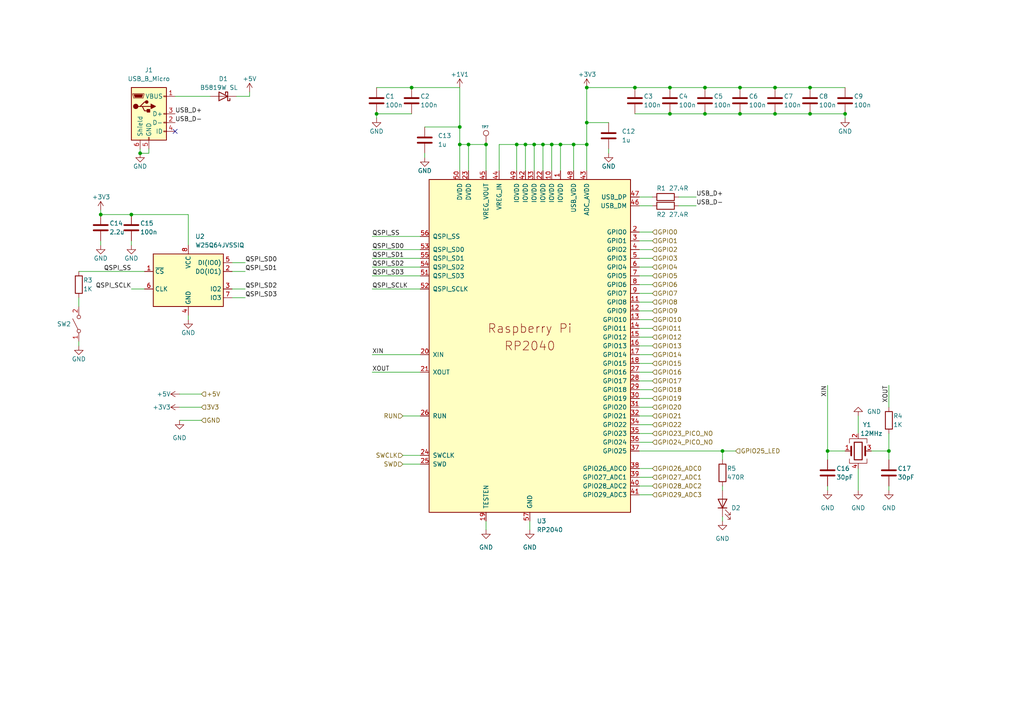
<source format=kicad_sch>
(kicad_sch (version 20211123) (generator eeschema)
  (paper "A4")
  (title_block (date "2022-09-12") (rev "0.2") (comment 1 "Runnan Li"))
  (lib_symbols
    (symbol "Connector:TestPoint" (pin_numbers hide) (pin_names (offset 0.762) hide)
      (property "Reference" "TP" (at 0 6.858 0))
      (property "Value" "TestPoint" (at 0 5.08 0))
      (symbol "TestPoint_0_1"
        (circle (center 0 3.302) (radius 0.762))
      )
      (symbol "TestPoint_1_1"
        (pin passive line (at 0 0 90) (length 2.54) (name "1") (number "1"))
      )
    )
    (symbol "Connector:USB_B_Micro" (pin_names (offset 1.016))
      (property "Reference" "J" (at -5.08 11.43 0))
      (property "Value" "USB_B_Micro" (at -5.08 8.89 0))
      (symbol "USB_B_Micro_0_1"
        (rectangle (start -5.08 -7.62) (end 5.08 7.62) (stroke (width 0.254)) (fill (type background)))
        (circle (center -3.81 2.159) (radius 0.635) (stroke (width 0.254)) (fill (type outline)))
        (circle (center -0.635 3.429) (radius 0.381) (stroke (width 0.254)) (fill (type outline)))
        (rectangle (start -0.127 -7.62) (end 0.127 -6.858))
        (polyline (pts (xy -1.905 2.159) (xy 0.635 2.159)) (stroke (width 0.254)))
        (polyline (pts (xy -3.175 2.159) (xy -2.54 2.159) (xy -1.27 3.429) (xy -0.635 3.429)) (stroke (width 0.254)))
        (polyline (pts (xy -2.54 2.159) (xy -1.905 2.159) (xy -1.27 0.889) (xy 0 0.889)) (stroke (width 0.254)))
        (polyline (pts (xy 0.635 2.794) (xy 0.635 1.524) (xy 1.905 2.159) (xy 0.635 2.794)) (stroke (width 0.254)) (fill (type outline)))
        (polyline (pts (xy -4.318 5.588) (xy -1.778 5.588) (xy -2.032 4.826) (xy -4.064 4.826) (xy -4.318 5.588)) (fill (type outline)))
        (polyline (pts (xy -4.699 5.842) (xy -4.699 5.588) (xy -4.445 4.826) (xy -4.445 4.572) (xy -1.651 4.572) (xy -1.651 4.826) (xy -1.397 5.588) (xy -1.397 5.842) (xy -4.699 5.842)))
        (rectangle (start 0.254 1.27) (end -0.508 0.508) (stroke (width 0.254)) (fill (type outline)))
        (rectangle (start 5.08 -5.207) (end 4.318 -4.953))
        (rectangle (start 5.08 -2.667) (end 4.318 -2.413))
        (rectangle (start 5.08 -0.127) (end 4.318 0.127))
        (rectangle (start 5.08 4.953) (end 4.318 5.207))
      )
      (symbol "USB_B_Micro_1_1"
        (pin power_out line (at 7.62 5.08 180) (length 2.54) (name "VBUS") (number "1"))
        (pin bidirectional line (at 7.62 -2.54 180) (length 2.54) (name "D-") (number "2"))
        (pin bidirectional line (at 7.62 0 180) (length 2.54) (name "D+") (number "3"))
        (pin passive line (at 7.62 -5.08 180) (length 2.54) (name "ID") (number "4"))
        (pin power_out line (at 0 -10.16 90) (length 2.54) (name "GND") (number "5"))
        (pin passive line (at -2.54 -10.16 90) (length 2.54) (name "Shield") (number "6"))
      )
    )
    (symbol "Device:C" (pin_numbers hide) (pin_names (offset 0.254))
      (property "Reference" "C" (at 0.635 2.54 0))
      (property "Value" "C" (at 0.635 -2.54 0))
      (symbol "C_0_1"
        (polyline (pts (xy -2.032 -0.762) (xy 2.032 -0.762)) (stroke (width 0.508)))
        (polyline (pts (xy -2.032 0.762) (xy 2.032 0.762)) (stroke (width 0.508)))
      )
      (symbol "C_1_1"
        (pin passive line (at 0 3.81 270) (length 2.794) (name "~") (number "1"))
        (pin passive line (at 0 -3.81 90) (length 2.794) (name "~") (number "2"))
      )
    )
    (symbol "Device:Crystal_GND24" (pin_names (offset 1.016) hide)
      (property "Reference" "Y" (at 3.175 5.08 0))
      (property "Value" "Crystal_GND24" (at 3.175 3.175 0))
      (symbol "Crystal_GND24_0_1"
        (rectangle (start -1.143 2.54) (end 1.143 -2.54) (stroke (width 0.3048)))
        (polyline (pts (xy -2.54 0) (xy -2.032 0)))
        (polyline (pts (xy -2.032 -1.27) (xy -2.032 1.27)) (stroke (width 0.508)))
        (polyline (pts (xy 0 -3.81) (xy 0 -3.556)))
        (polyline (pts (xy 0 3.556) (xy 0 3.81)))
        (polyline (pts (xy 2.032 -1.27) (xy 2.032 1.27)) (stroke (width 0.508)))
        (polyline (pts (xy 2.032 0) (xy 2.54 0)))
        (polyline (pts (xy -2.54 -2.286) (xy -2.54 -3.556) (xy 2.54 -3.556) (xy 2.54 -2.286)))
        (polyline (pts (xy -2.54 2.286) (xy -2.54 3.556) (xy 2.54 3.556) (xy 2.54 2.286)))
      )
      (symbol "Crystal_GND24_1_1"
        (pin passive line (at -3.81 0 0) (length 1.27) (name "1") (number "1"))
        (pin passive line (at 0 5.08 270) (length 1.27) (name "2") (number "2"))
        (pin passive line (at 3.81 0 180) (length 1.27) (name "3") (number "3"))
        (pin passive line (at 0 -5.08 90) (length 1.27) (name "4") (number "4"))
      )
    )
    (symbol "Device:LED" (pin_numbers hide) (pin_names (offset 1.016) hide)
      (property "Reference" "D" (at 0 2.54 0))
      (property "Value" "LED" (at 0 -2.54 0))
      (symbol "LED_0_1"
        (polyline (pts (xy -1.27 -1.27) (xy -1.27 1.27)) (stroke (width 0.254)))
        (polyline (pts (xy -1.27 0) (xy 1.27 0)))
        (polyline (pts (xy 1.27 -1.27) (xy 1.27 1.27) (xy -1.27 0) (xy 1.27 -1.27)) (stroke (width 0.254)))
        (polyline (pts (xy -3.048 -0.762) (xy -4.572 -2.286) (xy -3.81 -2.286) (xy -4.572 -2.286) (xy -4.572 -1.524)))
        (polyline (pts (xy -1.778 -0.762) (xy -3.302 -2.286) (xy -2.54 -2.286) (xy -3.302 -2.286) (xy -3.302 -1.524)))
      )
      (symbol "LED_1_1"
        (pin passive line (at -3.81 0 0) (length 2.54) (name "K") (number "1"))
        (pin passive line (at 3.81 0 180) (length 2.54) (name "A") (number "2"))
      )
    )
    (symbol "Device:R" (pin_numbers hide) (pin_names (offset 0))
      (property "Reference" "R" (at 2.032 0 90))
      (property "Value" "R" (at 0 0 90))
      (symbol "R_0_1"
        (rectangle (start -1.016 -2.54) (end 1.016 2.54) (stroke (width 0.254)))
      )
      (symbol "R_1_1"
        (pin passive line (at 0 3.81 270) (length 1.27) (name "~") (number "1"))
        (pin passive line (at 0 -3.81 90) (length 1.27) (name "~") (number "2"))
      )
    )
    (symbol "Diode:BAT48ZFILM" (pin_numbers hide) (pin_names (offset 1.016) hide)
      (property "Reference" "D" (at 0 2.54 0))
      (property "Value" "BAT48ZFILM" (at 0 -2.54 0))
      (symbol "BAT48ZFILM_0_1"
        (polyline (pts (xy 1.27 0) (xy -1.27 0)))
        (polyline (pts (xy 1.27 1.27) (xy 1.27 -1.27) (xy -1.27 0) (xy 1.27 1.27)) (stroke (width 0.254)))
        (polyline (pts (xy -1.905 0.635) (xy -1.905 1.27) (xy -1.27 1.27) (xy -1.27 -1.27) (xy -0.635 -1.27) (xy -0.635 -0.635)) (stroke (width 0.254)))
      )
      (symbol "BAT48ZFILM_1_1"
        (pin passive line (at -3.81 0 0) (length 2.54) (name "K") (number "1"))
        (pin passive line (at 3.81 0 180) (length 2.54) (name "A") (number "2"))
      )
    )
    (symbol "Memory_Flash:W25Q32JVSS"
      (property "Reference" "U" (at -8.89 8.89 0))
      (property "Value" "W25Q32JVSS" (at 7.62 8.89 0))
      (symbol "W25Q32JVSS_0_1"
        (rectangle (start -10.16 7.62) (end 10.16 -7.62) (stroke (width 0.254)) (fill (type background)))
      )
      (symbol "W25Q32JVSS_1_1"
        (pin input line (at -12.7 2.54 0) (length 2.54) (name "~{CS}") (number "1"))
        (pin bidirectional line (at 12.7 2.54 180) (length 2.54) (name "DO(IO1)") (number "2"))
        (pin bidirectional line (at 12.7 -2.54 180) (length 2.54) (name "IO2") (number "3"))
        (pin power_in line (at 0 -10.16 90) (length 2.54) (name "GND") (number "4"))
        (pin bidirectional line (at 12.7 5.08 180) (length 2.54) (name "DI(IO0)") (number "5"))
        (pin input line (at -12.7 -2.54 0) (length 2.54) (name "CLK") (number "6"))
        (pin bidirectional line (at 12.7 -5.08 180) (length 2.54) (name "IO3") (number "7"))
        (pin power_in line (at 0 10.16 270) (length 2.54) (name "VCC") (number "8"))
      )
    )
    (symbol "Switch:SW_SPST" (pin_names (offset 0) hide)
      (property "Reference" "SW" (at 0 3.175 0))
      (property "Value" "SW_SPST" (at 0 -2.54 0))
      (symbol "SW_SPST_0_0"
        (circle (center -2.032 0) (radius 0.508))
        (polyline (pts (xy -1.524 0.254) (xy 1.524 1.778)))
        (circle (center 2.032 0) (radius 0.508))
      )
      (symbol "SW_SPST_1_1"
        (pin passive line (at -5.08 0 0) (length 2.54) (name "A") (number "1"))
        (pin passive line (at 5.08 0 180) (length 2.54) (name "B") (number "2"))
      )
    )
    (symbol "power:+1V1" (power) (pin_names (offset 0))
      (property "Value" "+1V1" (at 0 3.556 0))
      (symbol "+1V1_0_1"
        (polyline (pts (xy -0.762 1.27) (xy 0 2.54)))
        (polyline (pts (xy 0 0) (xy 0 2.54)))
        (polyline (pts (xy 0 2.54) (xy 0.762 1.27)))
      )
      (symbol "+1V1_1_1"
        (pin power_in line (at 0 0 90) (length 0) hide (name "+1V1") (number "1"))
      )
    )
    (symbol "power:+3V3" (power) (pin_names (offset 0))
      (property "Value" "+3V3" (at 0 3.556 0))
      (symbol "+3V3_0_1"
        (polyline (pts (xy -0.762 1.27) (xy 0 2.54)))
        (polyline (pts (xy 0 0) (xy 0 2.54)))
        (polyline (pts (xy 0 2.54) (xy 0.762 1.27)))
      )
      (symbol "+3V3_1_1"
        (pin power_in line (at 0 0 90) (length 0) hide (name "+3V3") (number "1"))
      )
    )
    (symbol "power:+5V" (power) (pin_names (offset 0))
      (property "Value" "+5V" (at 0 3.556 0))
      (symbol "+5V_0_1"
        (polyline (pts (xy -0.762 1.27) (xy 0 2.54)))
        (polyline (pts (xy 0 0) (xy 0 2.54)))
        (polyline (pts (xy 0 2.54) (xy 0.762 1.27)))
      )
      (symbol "+5V_1_1"
        (pin power_in line (at 0 0 90) (length 0) hide (name "+5V") (number "1"))
      )
    )
    (symbol "power:GND" (power) (pin_names (offset 0))
      (property "Value" "GND" (at 0 -3.81 0))
      (symbol "GND_0_1"
        (polyline (pts (xy 0 0) (xy 0 -1.27) (xy 1.27 -1.27) (xy 0 -2.54) (xy -1.27 -1.27) (xy 0 -1.27)))
      )
      (symbol "GND_1_1"
        (pin power_in line (at 0 0 270) (length 0) hide (name "GND") (number "1"))
      )
    )
    (symbol "usb_xwitch:RP2040" (pin_names (offset 1.016))
      (property "Reference" "U" (at -29.21 49.53 0))
      (property "Value" "RP2040" (at 24.13 -49.53 0))
      (symbol "RP2040_0_0"
        (text "Raspberry Pi" (at 0 5.08 0) (effects (font (size 2.54 2.54))))
        (text "RP2040" (at 0 0 0) (effects (font (size 2.54 2.54))))
      )
      (symbol "RP2040_0_1"
        (rectangle (start 29.21 48.26) (end -29.21 -48.26) (stroke (width 0.254)) (fill (type background)))
      )
      (symbol "RP2040_1_1"
        (pin power_in line (at 8.89 50.8 270) (length 2.54) (name "IOVDD") (number "1"))
        (pin power_in line (at 6.35 50.8 270) (length 2.54) (name "IOVDD") (number "10"))
        (pin bidirectional line (at 31.75 12.7 180) (length 2.54) (name "GPIO8") (number "11"))
        (pin bidirectional line (at 31.75 10.16 180) (length 2.54) (name "GPIO9") (number "12"))
        (pin bidirectional line (at 31.75 7.62 180) (length 2.54) (name "GPIO10") (number "13"))
        (pin bidirectional line (at 31.75 5.08 180) (length 2.54) (name "GPIO11") (number "14"))
        (pin bidirectional line (at 31.75 2.54 180) (length 2.54) (name "GPIO12") (number "15"))
        (pin bidirectional line (at 31.75 0 180) (length 2.54) (name "GPIO13") (number "16"))
        (pin bidirectional line (at 31.75 -2.54 180) (length 2.54) (name "GPIO14") (number "17"))
        (pin bidirectional line (at 31.75 -5.08 180) (length 2.54) (name "GPIO15") (number "18"))
        (pin passive line (at -12.7 -50.8 90) (length 2.54) (name "TESTEN") (number "19"))
        (pin bidirectional line (at 31.75 33.02 180) (length 2.54) (name "GPIO0") (number "2"))
        (pin input line (at -31.75 -2.54 0) (length 2.54) (name "XIN") (number "20"))
        (pin passive line (at -31.75 -7.62 0) (length 2.54) (name "XOUT") (number "21"))
        (pin power_in line (at 3.81 50.8 270) (length 2.54) (name "IOVDD") (number "22"))
        (pin power_in line (at -17.78 50.8 270) (length 2.54) (name "DVDD") (number "23"))
        (pin output line (at -31.75 -31.75 0) (length 2.54) (name "SWCLK") (number "24"))
        (pin bidirectional line (at -31.75 -34.29 0) (length 2.54) (name "SWD") (number "25"))
        (pin input line (at -31.75 -20.32 0) (length 2.54) (name "RUN") (number "26"))
        (pin bidirectional line (at 31.75 -7.62 180) (length 2.54) (name "GPIO16") (number "27"))
        (pin bidirectional line (at 31.75 -10.16 180) (length 2.54) (name "GPIO17") (number "28"))
        (pin bidirectional line (at 31.75 -12.7 180) (length 2.54) (name "GPIO18") (number "29"))
        (pin bidirectional line (at 31.75 30.48 180) (length 2.54) (name "GPIO1") (number "3"))
        (pin bidirectional line (at 31.75 -15.24 180) (length 2.54) (name "GPIO19") (number "30"))
        (pin bidirectional line (at 31.75 -17.78 180) (length 2.54) (name "GPIO20") (number "31"))
        (pin bidirectional line (at 31.75 -20.32 180) (length 2.54) (name "GPIO21") (number "32"))
        (pin power_in line (at 1.27 50.8 270) (length 2.54) (name "IOVDD") (number "33"))
        (pin bidirectional line (at 31.75 -22.86 180) (length 2.54) (name "GPIO22") (number "34"))
        (pin bidirectional line (at 31.75 -25.4 180) (length 2.54) (name "GPIO23") (number "35"))
        (pin bidirectional line (at 31.75 -27.94 180) (length 2.54) (name "GPIO24") (number "36"))
        (pin bidirectional line (at 31.75 -30.48 180) (length 2.54) (name "GPIO25") (number "37"))
        (pin bidirectional line (at 31.75 -35.56 180) (length 2.54) (name "GPIO26_ADC0") (number "38"))
        (pin bidirectional line (at 31.75 -38.1 180) (length 2.54) (name "GPIO27_ADC1") (number "39"))
        (pin bidirectional line (at 31.75 27.94 180) (length 2.54) (name "GPIO2") (number "4"))
        (pin bidirectional line (at 31.75 -40.64 180) (length 2.54) (name "GPIO28_ADC2") (number "40"))
        (pin bidirectional line (at 31.75 -43.18 180) (length 2.54) (name "GPIO29_ADC3") (number "41"))
        (pin power_in line (at -1.27 50.8 270) (length 2.54) (name "IOVDD") (number "42"))
        (pin power_in line (at 16.51 50.8 270) (length 2.54) (name "ADC_AVDD") (number "43"))
        (pin power_in line (at -8.89 50.8 270) (length 2.54) (name "VREG_IN") (number "44"))
        (pin power_out line (at -12.7 50.8 270) (length 2.54) (name "VREG_VOUT") (number "45"))
        (pin bidirectional line (at 31.75 40.64 180) (length 2.54) (name "USB_DM") (number "46"))
        (pin bidirectional line (at 31.75 43.18 180) (length 2.54) (name "USB_DP") (number "47"))
        (pin power_in line (at 12.7 50.8 270) (length 2.54) (name "USB_VDD") (number "48"))
        (pin power_in line (at -3.81 50.8 270) (length 2.54) (name "IOVDD") (number "49"))
        (pin bidirectional line (at 31.75 25.4 180) (length 2.54) (name "GPIO3") (number "5"))
        (pin power_in line (at -20.32 50.8 270) (length 2.54) (name "DVDD") (number "50"))
        (pin bidirectional line (at -31.75 20.32 0) (length 2.54) (name "QSPI_SD3") (number "51"))
        (pin output line (at -31.75 16.51 0) (length 2.54) (name "QSPI_SCLK") (number "52"))
        (pin bidirectional line (at -31.75 27.94 0) (length 2.54) (name "QSPI_SD0") (number "53"))
        (pin bidirectional line (at -31.75 22.86 0) (length 2.54) (name "QSPI_SD2") (number "54"))
        (pin bidirectional line (at -31.75 25.4 0) (length 2.54) (name "QSPI_SD1") (number "55"))
        (pin bidirectional line (at -31.75 31.75 0) (length 2.54) (name "QSPI_SS") (number "56"))
        (pin power_in line (at 0 -50.8 90) (length 2.54) (name "GND") (number "57"))
        (pin bidirectional line (at 31.75 22.86 180) (length 2.54) (name "GPIO4") (number "6"))
        (pin bidirectional line (at 31.75 20.32 180) (length 2.54) (name "GPIO5") (number "7"))
        (pin bidirectional line (at 31.75 17.78 180) (length 2.54) (name "GPIO6") (number "8"))
        (pin bidirectional line (at 31.75 15.24 180) (length 2.54) (name "GPIO7") (number "9"))
      )
    )
  )
  (junction (at 170.18 25.4))
  (junction (at 157.48 41.91))
  (junction (at 160.02 41.91))
  (junction (at 204.47 25.4))
  (junction (at 204.47 33.02))
  (junction (at 149.86 41.91))
  (junction (at 109.22 33.02))
  (junction (at 184.15 25.4))
  (junction (at 214.63 33.02))
  (junction (at 257.81 130.81))
  (junction (at 170.18 41.91))
  (junction (at 38.1 62.23))
  (junction (at 240.03 130.81))
  (junction (at 194.31 25.4))
  (junction (at 140.97 41.91))
  (junction (at 209.55 130.81))
  (junction (at 133.35 36.83))
  (junction (at 135.89 41.91))
  (junction (at 224.79 33.02))
  (junction (at 29.21 62.23))
  (junction (at 170.18 35.56))
  (junction (at 224.79 25.4))
  (junction (at 166.37 41.91))
  (junction (at 154.94 41.91))
  (junction (at 119.38 25.4))
  (junction (at 162.56 41.91))
  (junction (at 152.4 41.91))
  (junction (at 133.35 41.91))
  (junction (at 194.31 33.02))
  (junction (at 40.64 44.45))
  (junction (at 234.95 33.02))
  (junction (at 214.63 25.4))
  (junction (at 234.95 25.4))
  (junction (at 245.11 33.02))
  (no_connect (at 50.8 38.1))
  (wire (pts (xy 38.1 69.85) (xy 38.1 71.12)))
  (wire (pts (xy 50.8 27.94) (xy 60.96 27.94)))
  (wire (pts (xy 209.55 130.81) (xy 209.55 133.35)))
  (wire (pts (xy 194.31 33.02) (xy 204.47 33.02)))
  (wire (pts (xy 176.53 43.18) (xy 176.53 44.45)))
  (wire (pts (xy 185.42 105.41) (xy 189.23 105.41)))
  (wire (pts (xy 185.42 135.89) (xy 189.23 135.89)))
  (wire (pts (xy 240.03 140.97) (xy 240.03 142.24)))
  (wire (pts (xy 162.56 41.91) (xy 166.37 41.91)))
  (wire (pts (xy 38.1 83.82) (xy 41.91 83.82)))
  (wire (pts (xy 224.79 33.02) (xy 234.95 33.02)))
  (wire (pts (xy 40.64 44.45) (xy 40.64 43.18)))
  (wire (pts (xy 133.35 36.83) (xy 133.35 41.91)))
  (wire (pts (xy 185.42 100.33) (xy 189.23 100.33)))
  (wire (pts (xy 194.31 25.4) (xy 204.47 25.4)))
  (wire (pts (xy 185.42 138.43) (xy 189.23 138.43)))
  (wire (pts (xy 248.92 120.65) (xy 248.92 125.73)))
  (wire (pts (xy 185.42 143.51) (xy 189.23 143.51)))
  (wire (pts (xy 152.4 41.91) (xy 152.4 49.53)))
  (wire (pts (xy 140.97 49.53) (xy 140.97 41.91)))
  (wire (pts (xy 149.86 41.91) (xy 152.4 41.91)))
  (wire (pts (xy 116.84 134.62) (xy 121.92 134.62)))
  (wire (pts (xy 234.95 33.02) (xy 245.11 33.02)))
  (wire (pts (xy 170.18 25.4) (xy 170.18 35.56)))
  (wire (pts (xy 43.18 43.18) (xy 43.18 44.45)))
  (wire (pts (xy 209.55 140.97) (xy 209.55 142.24)))
  (wire (pts (xy 140.97 41.91) (xy 135.89 41.91)))
  (wire (pts (xy 29.21 62.23) (xy 38.1 62.23)))
  (wire (pts (xy 185.42 80.01) (xy 189.23 80.01)))
  (wire (pts (xy 185.42 72.39) (xy 189.23 72.39)))
  (wire (pts (xy 54.61 62.23) (xy 38.1 62.23)))
  (wire (pts (xy 209.55 130.81) (xy 213.36 130.81)))
  (wire (pts (xy 154.94 41.91) (xy 157.48 41.91)))
  (wire (pts (xy 152.4 41.91) (xy 154.94 41.91)))
  (wire (pts (xy 209.55 149.86) (xy 209.55 151.13)))
  (wire (pts (xy 71.12 76.2) (xy 67.31 76.2)))
  (wire (pts (xy 185.42 115.57) (xy 189.23 115.57)))
  (wire (pts (xy 123.19 44.45) (xy 123.19 45.72)))
  (wire (pts (xy 196.85 57.15) (xy 201.93 57.15)))
  (wire (pts (xy 170.18 35.56) (xy 176.53 35.56)))
  (wire (pts (xy 185.42 57.15) (xy 189.23 57.15)))
  (wire (pts (xy 185.42 113.03) (xy 189.23 113.03)))
  (wire (pts (xy 185.42 125.73) (xy 189.23 125.73)))
  (wire (pts (xy 40.64 44.45) (xy 43.18 44.45)))
  (wire (pts (xy 71.12 86.36) (xy 67.31 86.36)))
  (wire (pts (xy 153.67 151.13) (xy 153.67 153.67)))
  (wire (pts (xy 133.35 25.4) (xy 133.35 36.83)))
  (wire (pts (xy 257.81 130.81) (xy 257.81 133.35)))
  (wire (pts (xy 135.89 41.91) (xy 133.35 41.91)))
  (wire (pts (xy 248.92 135.89) (xy 248.92 142.24)))
  (wire (pts (xy 245.11 33.02) (xy 245.11 34.29)))
  (wire (pts (xy 185.42 74.93) (xy 189.23 74.93)))
  (wire (pts (xy 29.21 69.85) (xy 29.21 71.12)))
  (wire (pts (xy 144.78 41.91) (xy 149.86 41.91)))
  (wire (pts (xy 214.63 33.02) (xy 224.79 33.02)))
  (wire (pts (xy 52.07 121.92) (xy 58.42 121.92)))
  (wire (pts (xy 185.42 85.09) (xy 189.23 85.09)))
  (wire (pts (xy 185.42 107.95) (xy 189.23 107.95)))
  (wire (pts (xy 185.42 102.87) (xy 189.23 102.87)))
  (wire (pts (xy 162.56 41.91) (xy 162.56 49.53)))
  (wire (pts (xy 107.95 68.58) (xy 121.92 68.58)))
  (wire (pts (xy 185.42 128.27) (xy 189.23 128.27)))
  (wire (pts (xy 185.42 67.31) (xy 189.23 67.31)))
  (wire (pts (xy 160.02 41.91) (xy 162.56 41.91)))
  (wire (pts (xy 22.86 86.36) (xy 22.86 88.9)))
  (wire (pts (xy 184.15 33.02) (xy 194.31 33.02)))
  (wire (pts (xy 116.84 120.65) (xy 121.92 120.65)))
  (wire (pts (xy 185.42 123.19) (xy 189.23 123.19)))
  (wire (pts (xy 204.47 25.4) (xy 214.63 25.4)))
  (wire (pts (xy 109.22 25.4) (xy 119.38 25.4)))
  (wire (pts (xy 240.03 130.81) (xy 240.03 133.35)))
  (wire (pts (xy 257.81 111.76) (xy 257.81 118.11)))
  (wire (pts (xy 52.07 118.11) (xy 58.42 118.11)))
  (wire (pts (xy 185.42 92.71) (xy 189.23 92.71)))
  (wire (pts (xy 72.39 26.67) (xy 72.39 27.94)))
  (wire (pts (xy 185.42 82.55) (xy 189.23 82.55)))
  (wire (pts (xy 29.21 60.96) (xy 29.21 62.23)))
  (wire (pts (xy 170.18 25.4) (xy 184.15 25.4)))
  (wire (pts (xy 133.35 41.91) (xy 133.35 49.53)))
  (wire (pts (xy 116.84 132.08) (xy 121.92 132.08)))
  (wire (pts (xy 224.79 25.4) (xy 234.95 25.4)))
  (wire (pts (xy 107.95 72.39) (xy 121.92 72.39)))
  (wire (pts (xy 52.07 114.3) (xy 58.42 114.3)))
  (wire (pts (xy 109.22 33.02) (xy 119.38 33.02)))
  (wire (pts (xy 119.38 25.4) (xy 133.35 25.4)))
  (wire (pts (xy 185.42 140.97) (xy 189.23 140.97)))
  (wire (pts (xy 185.42 118.11) (xy 189.23 118.11)))
  (wire (pts (xy 109.22 33.02) (xy 109.22 34.29)))
  (wire (pts (xy 68.58 27.94) (xy 72.39 27.94)))
  (wire (pts (xy 149.86 41.91) (xy 149.86 49.53)))
  (wire (pts (xy 184.15 25.4) (xy 194.31 25.4)))
  (wire (pts (xy 245.11 130.81) (xy 240.03 130.81)))
  (wire (pts (xy 252.73 130.81) (xy 257.81 130.81)))
  (wire (pts (xy 123.19 36.83) (xy 133.35 36.83)))
  (wire (pts (xy 107.95 107.95) (xy 121.92 107.95)))
  (wire (pts (xy 240.03 111.76) (xy 240.03 130.81)))
  (wire (pts (xy 144.78 49.53) (xy 144.78 41.91)))
  (wire (pts (xy 185.42 59.69) (xy 189.23 59.69)))
  (wire (pts (xy 185.42 69.85) (xy 189.23 69.85)))
  (wire (pts (xy 71.12 83.82) (xy 67.31 83.82)))
  (wire (pts (xy 107.95 102.87) (xy 121.92 102.87)))
  (wire (pts (xy 157.48 41.91) (xy 157.48 49.53)))
  (wire (pts (xy 166.37 41.91) (xy 170.18 41.91)))
  (wire (pts (xy 185.42 130.81) (xy 209.55 130.81)))
  (wire (pts (xy 22.86 99.06) (xy 22.86 100.33)))
  (wire (pts (xy 107.95 74.93) (xy 121.92 74.93)))
  (wire (pts (xy 140.97 151.13) (xy 140.97 153.67)))
  (wire (pts (xy 166.37 41.91) (xy 166.37 49.53)))
  (wire (pts (xy 22.86 78.74) (xy 41.91 78.74)))
  (wire (pts (xy 135.89 49.53) (xy 135.89 41.91)))
  (wire (pts (xy 154.94 41.91) (xy 154.94 49.53)))
  (wire (pts (xy 196.85 59.69) (xy 201.93 59.69)))
  (wire (pts (xy 185.42 120.65) (xy 189.23 120.65)))
  (wire (pts (xy 234.95 25.4) (xy 245.11 25.4)))
  (wire (pts (xy 185.42 110.49) (xy 189.23 110.49)))
  (wire (pts (xy 157.48 41.91) (xy 160.02 41.91)))
  (wire (pts (xy 71.12 78.74) (xy 67.31 78.74)))
  (wire (pts (xy 107.95 83.82) (xy 121.92 83.82)))
  (wire (pts (xy 107.95 77.47) (xy 121.92 77.47)))
  (wire (pts (xy 185.42 87.63) (xy 189.23 87.63)))
  (wire (pts (xy 257.81 125.73) (xy 257.81 130.81)))
  (wire (pts (xy 257.81 140.97) (xy 257.81 142.24)))
  (wire (pts (xy 54.61 91.44) (xy 54.61 92.71)))
  (wire (pts (xy 214.63 25.4) (xy 224.79 25.4)))
  (wire (pts (xy 185.42 97.79) (xy 189.23 97.79)))
  (wire (pts (xy 170.18 35.56) (xy 170.18 41.91)))
  (wire (pts (xy 170.18 41.91) (xy 170.18 49.53)))
  (wire (pts (xy 185.42 77.47) (xy 189.23 77.47)))
  (wire (pts (xy 185.42 95.25) (xy 189.23 95.25)))
  (wire (pts (xy 160.02 41.91) (xy 160.02 49.53)))
  (wire (pts (xy 185.42 90.17) (xy 189.23 90.17)))
  (wire (pts (xy 204.47 33.02) (xy 214.63 33.02)))
  (wire (pts (xy 54.61 71.12) (xy 54.61 62.23)))
  (wire (pts (xy 107.95 80.01) (xy 121.92 80.01)))
  (label "QSPI_SD3" (at 107.95 80.01 0))
  (label "QSPI_SD2" (at 71.12 83.82 0))
  (label "QSPI_SD3" (at 71.12 86.36 0))
  (label "QSPI_SD1" (at 107.95 74.93 0))
  (label "USB_D+" (at 201.93 57.15 0))
  (label "USB_D+" (at 50.8 33.02 0))
  (label "QSPI_SCLK" (at 38.1 83.82 180))
  (label "QSPI_SCLK" (at 107.95 83.82 0))
  (label "QSPI_SD2" (at 107.95 77.47 0))
  (label "QSPI_SD0" (at 71.12 76.2 0))
  (label "XIN" (at 107.95 102.87 0))
  (label "QSPI_SS" (at 38.1 78.74 180))
  (label "QSPI_SD1" (at 71.12 78.74 0))
  (label "QSPI_SD0" (at 107.95 72.39 0))
  (label "QSPI_SS" (at 107.95 68.58 0))
  (label "XOUT" (at 257.81 111.76 270))
  (label "USB_D-" (at 50.8 35.56 0))
  (label "USB_D-" (at 201.93 59.69 0))
  (label "XIN" (at 240.03 111.76 270))
  (label "XOUT" (at 107.95 107.95 0))
  (hierarchical_label "GPIO17" (shape input) (at 189.23 110.49 0))
  (hierarchical_label "GPIO7" (shape input) (at 189.23 85.09 0))
  (hierarchical_label "GPIO14" (shape input) (at 189.23 102.87 0))
  (hierarchical_label "GPIO21" (shape input) (at 189.23 120.65 0))
  (hierarchical_label "GPIO25_LED" (shape input) (at 213.36 130.81 0))
  (hierarchical_label "GPIO22" (shape input) (at 189.23 123.19 0))
  (hierarchical_label "GPIO0" (shape input) (at 189.23 67.31 0))
  (hierarchical_label "GPIO6" (shape input) (at 189.23 82.55 0))
  (hierarchical_label "3V3" (shape input) (at 58.42 118.11 0))
  (hierarchical_label "GPIO19" (shape input) (at 189.23 115.57 0))
  (hierarchical_label "GPIO11" (shape input) (at 189.23 95.25 0))
  (hierarchical_label "GPIO2" (shape input) (at 189.23 72.39 0))
  (hierarchical_label "SWCLK" (shape input) (at 116.84 132.08 180))
  (hierarchical_label "GPIO8" (shape input) (at 189.23 87.63 0))
  (hierarchical_label "GPIO16" (shape input) (at 189.23 107.95 0))
  (hierarchical_label "GPIO1" (shape input) (at 189.23 69.85 0))
  (hierarchical_label "SWD" (shape input) (at 116.84 134.62 180))
  (hierarchical_label "GPIO26_ADC0" (shape input) (at 189.23 135.89 0))
  (hierarchical_label "GPIO5" (shape input) (at 189.23 80.01 0))
  (hierarchical_label "GPIO12" (shape input) (at 189.23 97.79 0))
  (hierarchical_label "GPIO28_ADC2" (shape input) (at 189.23 140.97 0))
  (hierarchical_label "GPIO3" (shape input) (at 189.23 74.93 0))
  (hierarchical_label "+5V" (shape input) (at 58.42 114.3 0))
  (hierarchical_label "RUN" (shape input) (at 116.84 120.65 180))
  (hierarchical_label "GPIO13" (shape input) (at 189.23 100.33 0))
  (hierarchical_label "GPIO20" (shape input) (at 189.23 118.11 0))
  (hierarchical_label "GND" (shape input) (at 58.42 121.92 0))
  (hierarchical_label "GPIO9" (shape input) (at 189.23 90.17 0))
  (hierarchical_label "GPIO27_ADC1" (shape input) (at 189.23 138.43 0))
  (hierarchical_label "GPIO24_PICO_NO" (shape input) (at 189.23 128.27 0))
  (hierarchical_label "GPIO23_PICO_NO" (shape input) (at 189.23 125.73 0))
  (hierarchical_label "GPIO10" (shape input) (at 189.23 92.71 0))
  (hierarchical_label "GPIO18" (shape input) (at 189.23 113.03 0))
  (hierarchical_label "GPIO4" (shape input) (at 189.23 77.47 0))
  (hierarchical_label "GPIO15" (shape input) (at 189.23 105.41 0))
  (hierarchical_label "GPIO29_ADC3" (shape input) (at 189.23 143.51 0))
  (symbol (lib_id "Device:LED") (at 209.55 146.05 90) (unit 1)
    (property "Reference" "D2" (at 212.09 147.32 90) (effects (justify right)))
    (property "Value" "19-217/GHC-YR1S2/3T" (effects hide))
    (property "Footprint" "Diode_SMD:D_0603_1608Metric_Pad1.05x0.95mm_HandSolder" (effects hide))
    (property "Datasheet" "https://media.digikey.com/pdf/Data%20Sheets/Everlight%20PDFs/19-217,GHC-YR1S2,3T.pdf" (effects hide))
    (property "LCSC" "C72043" (effects hide))
  )
  (symbol (lib_id "power:GND") (at 123.19 45.72 0) (unit 1)
    (property "Reference" "#PWR023" (effects hide))
    (property "Value" "GND" (at 123.19 49.53 0))
  )
  (symbol (lib_id "Device:R") (at 193.04 59.69 90) (unit 1)
    (property "Reference" "R2" (at 191.77 62.23 90))
    (property "Value" "27.4R" (at 196.85 62.23 90))
    (property "Footprint" "Resistor_SMD:R_0402_1005Metric_Pad0.72x0.64mm_HandSolder" (effects hide))
    (property "LCSC" "C31439" (effects hide))
  )
  (symbol (lib_id "Device:C") (at 234.95 29.21 0) (unit 1)
    (property "Reference" "C8" (at 237.49 27.94 0) (effects (justify left)))
    (property "Value" "100n" (at 237.49 30.48 0) (effects (justify left)))
    (property "Footprint" "Resistor_SMD:R_0402_1005Metric_Pad0.72x0.64mm_HandSolder" (effects hide))
    (property "LCSC" "C1525" (effects hide))
  )
  (symbol (lib_id "power:+3V3") (at 52.07 118.11 90) (unit 1)
    (property "Reference" "#PWR030" (effects hide))
    (property "Value" "+3V3" (at 49.53 118.11 90) (effects (justify left)))
  )
  (symbol (lib_id "power:GND") (at 52.07 121.92 0) (unit 1)
    (property "Reference" "#PWR032" (effects hide))
    (property "Value" "GND" (at 52.07 127 0))
  )
  (symbol (lib_id "power:+1V1") (at 133.35 25.4 0) (unit 1)
    (property "Reference" "#PWR014" (effects hide))
    (property "Value" "+1V1" (at 133.35 21.59 0))
  )
  (symbol (lib_id "Device:R") (at 193.04 57.15 90) (unit 1)
    (property "Reference" "R1" (at 191.77 54.61 90))
    (property "Value" "27.4R" (at 196.85 54.61 90))
    (property "Footprint" "Resistor_SMD:R_0402_1005Metric_Pad0.72x0.64mm_HandSolder" (effects hide))
    (property "LCSC" "C31439" (effects hide))
  )
  (symbol (lib_id "power:GND") (at 240.03 142.24 0) (unit 1)
    (property "Reference" "#PWR033" (effects hide))
    (property "Value" "GND" (at 240.03 147.32 0))
  )
  (symbol (lib_id "Device:C") (at 245.11 29.21 0) (unit 1)
    (property "Reference" "C9" (at 247.65 27.94 0) (effects (justify left)))
    (property "Value" "100n" (at 247.65 30.48 0) (effects (justify left)))
    (property "Footprint" "Resistor_SMD:R_0402_1005Metric_Pad0.72x0.64mm_HandSolder" (effects hide))
    (property "LCSC" "C1525" (effects hide))
  )
  (symbol (lib_id "Device:C") (at 194.31 29.21 0) (unit 1)
    (property "Reference" "C4" (at 196.85 27.94 0) (effects (justify left)))
    (property "Value" "100n" (at 196.85 30.48 0) (effects (justify left)))
    (property "Footprint" "Resistor_SMD:R_0402_1005Metric_Pad0.72x0.64mm_HandSolder" (effects hide))
    (property "LCSC" "C1525" (effects hide))
  )
  (symbol (lib_id "Switch:SW_SPST") (at 22.86 93.98 90) (unit 1)
    (property "Reference" "SW2" (at 16.51 93.98 90) (effects (justify right)))
    (property "Value" "C2689642" (effects hide))
    (property "Footprint" "usb_xwitch:SW_SPST_CK_PTS636_SP43_SMTR" (effects hide))
    (property "Datasheet" "https://www.ckswitches.com/media/2779/pts636.pdf" (effects hide))
    (property "LCSC" "C2689642" (effects hide))
  )
  (symbol (lib_id "usb_xwitch:RP2040") (at 153.67 100.33 0) (unit 1)
    (property "Reference" "U3" (at 155.6894 151.13 0) (effects (justify left)))
    (property "Value" "RP2040" (at 155.6894 153.67 0) (effects (justify left)))
    (property "Footprint" "usb_xwitch:RP2040-QFN-56" (effects hide))
    (property "LCSC" "C2040" (effects hide))
  )
  (symbol (lib_id "Device:C") (at 119.38 29.21 0) (unit 1)
    (property "Reference" "C2" (at 121.92 27.94 0) (effects (justify left)))
    (property "Value" "100n" (at 121.92 30.48 0) (effects (justify left)))
    (property "Footprint" "Resistor_SMD:R_0402_1005Metric_Pad0.72x0.64mm_HandSolder" (effects hide))
    (property "LCSC" "C1525" (effects hide))
  )
  (symbol (lib_id "Device:C") (at 204.47 29.21 0) (unit 1)
    (property "Reference" "C5" (at 207.01 27.94 0) (effects (justify left)))
    (property "Value" "100n" (at 207.01 30.48 0) (effects (justify left)))
    (property "Footprint" "Resistor_SMD:R_0402_1005Metric_Pad0.72x0.64mm_HandSolder" (effects hide))
    (property "LCSC" "C1525" (effects hide))
  )
  (symbol (lib_id "power:GND") (at 29.21 71.12 0) (unit 1)
    (property "Reference" "#PWR025" (effects hide))
    (property "Value" "GND" (at 29.21 74.93 0))
  )
  (symbol (lib_id "power:GND") (at 248.92 142.24 0) (unit 1)
    (property "Reference" "#PWR034" (effects hide))
    (property "Value" "GND" (at 248.92 147.32 0))
  )
  (symbol (lib_id "Connector:TestPoint") (at 140.97 41.91 0) (unit 1)
    (property "Reference" "TP7" (at 139.7 36.83 0) (effects (font (size 0.7 0.7)) (justify left)))
    (property "Value" "TestPoint" (effects hide))
    (property "Footprint" "TestPoint:TestPoint_Pad_D1.0mm" (effects hide))
  )
  (symbol (lib_id "Connector:USB_B_Micro") (at 43.18 33.02 0) (unit 1)
    (property "Reference" "J1" (at 43.18 20.32 0))
    (property "Value" "USB_B_Micro" (at 43.18 22.86 0))
    (property "Footprint" "Connector_USB:USB_Micro-B_Molex-105017-0001" (effects hide))
    (property "LCSC" "C10418" (effects hide))
  )
  (symbol (lib_id "Device:C") (at 29.21 66.04 0) (unit 1)
    (property "Reference" "C14" (at 31.75 64.77 0) (effects (justify left)))
    (property "Value" "2.2u" (at 31.75 67.31 0) (effects (justify left)))
    (property "Footprint" "Inductor_SMD:L_0402_1005Metric_Pad0.77x0.64mm_HandSolder" (effects hide))
    (property "LCSC" "C12530" (effects hide))
  )
  (symbol (lib_id "power:GND") (at 40.64 44.45 0) (unit 1)
    (property "Reference" "#PWR021" (effects hide))
    (property "Value" "GND" (at 40.64 48.26 0))
  )
  (symbol (lib_id "Device:C") (at 224.79 29.21 0) (unit 1)
    (property "Reference" "C7" (at 227.33 27.94 0) (effects (justify left)))
    (property "Value" "100n" (at 227.33 30.48 0) (effects (justify left)))
    (property "Footprint" "Resistor_SMD:R_0402_1005Metric_Pad0.72x0.64mm_HandSolder" (effects hide))
    (property "LCSC" "C1525" (effects hide))
  )
  (symbol (lib_id "power:GND") (at 140.97 153.67 0) (unit 1)
    (property "Reference" "#PWR037" (effects hide))
    (property "Value" "GND" (at 140.97 158.75 0))
  )
  (symbol (lib_id "power:GND") (at 153.67 153.67 0) (unit 1)
    (property "Reference" "#PWR038" (effects hide))
    (property "Value" "GND" (at 153.67 158.75 0))
  )
  (symbol (lib_id "Device:Crystal_GND24") (at 248.92 130.81 0) (unit 1)
    (property "Reference" "Y1" (at 251.46 123.19 0))
    (property "Value" "12MHz" (at 252.73 125.73 0))
    (property "Footprint" "Crystal:Crystal_SMD_3225-4Pin_3.2x2.5mm" (effects hide))
    (property "LCSC" "C9002" (effects hide))
  )
  (symbol (lib_id "power:+5V") (at 52.07 114.3 90) (unit 1)
    (property "Reference" "#PWR029" (effects hide))
    (property "Value" "+5V" (at 49.53 114.3 90) (effects (justify left)))
  )
  (symbol (lib_id "power:GND") (at 209.55 151.13 0) (unit 1)
    (property "Reference" "#PWR036" (effects hide))
    (property "Value" "GND" (at 209.55 156.21 0))
  )
  (symbol (lib_id "power:GND") (at 22.86 100.33 0) (unit 1)
    (property "Reference" "#PWR027" (effects hide))
    (property "Value" "GND" (at 22.86 104.14 0))
  )
  (symbol (lib_id "Device:C") (at 123.19 40.64 0) (unit 1)
    (property "Reference" "C13" (at 127 39.3699 0) (effects (justify left)))
    (property "Value" "1u" (at 127 41.9099 0) (effects (justify left)))
    (property "Footprint" "Resistor_SMD:R_0402_1005Metric_Pad0.72x0.64mm_HandSolder" (effects hide))
    (property "LCSC" "C52923" (effects hide))
  )
  (symbol (lib_id "Memory_Flash:W25Q32JVSS") (at 54.61 81.28 0) (unit 1)
    (property "Reference" "U2" (at 56.6294 68.58 0) (effects (justify left)))
    (property "Value" "W25Q64JVSSIQ" (at 56.6294 71.12 0) (effects (justify left)))
    (property "Footprint" "Package_SO:SOIC-8_5.23x5.23mm_P1.27mm" (effects hide))
    (property "Datasheet" "http://www.winbond.com/resource-files/w25q32jv%20revg%2003272018%20plus.pdf" (effects hide))
    (property "LCSC" "C83140" (effects hide))
  )
  (symbol (lib_id "power:GND") (at 109.22 34.29 0) (unit 1)
    (property "Reference" "#PWR016" (effects hide))
    (property "Value" "GND" (at 109.22 38.1 0))
  )
  (symbol (lib_id "Device:R") (at 209.55 137.16 0) (unit 1)
    (property "Reference" "R5" (at 210.82 135.89 0) (effects (justify left)))
    (property "Value" "470R" (at 210.82 138.43 0) (effects (justify left)))
    (property "Footprint" "Resistor_SMD:R_0402_1005Metric_Pad0.72x0.64mm_HandSolder" (effects hide))
    (property "LCSC" "C25117" (effects hide))
  )
  (symbol (lib_id "power:GND") (at 248.92 120.65 180) (unit 1)
    (property "Reference" "#PWR031" (effects hide))
    (property "Value" "GND" (at 251.46 119.3799 0) (effects (justify right)))
  )
  (symbol (lib_id "power:GND") (at 176.53 44.45 0) (unit 1)
    (property "Reference" "#PWR022" (effects hide))
    (property "Value" "GND" (at 176.53 48.26 0))
  )
  (symbol (lib_id "Device:C") (at 240.03 137.16 0) (unit 1)
    (property "Reference" "C16" (at 242.57 135.89 0) (effects (justify left)))
    (property "Value" "30pF" (at 242.57 138.43 0) (effects (justify left)))
    (property "Footprint" "Capacitor_SMD:C_0402_1005Metric_Pad0.74x0.62mm_HandSolder" (effects hide))
    (property "LCSC" "C1570" (effects hide))
  )
  (symbol (lib_id "power:GND") (at 245.11 34.29 0) (unit 1)
    (property "Reference" "#PWR017" (effects hide))
    (property "Value" "GND" (at 245.11 38.1 0))
  )
  (symbol (lib_id "Device:C") (at 109.22 29.21 0) (unit 1)
    (property "Reference" "C1" (at 111.76 27.94 0) (effects (justify left)))
    (property "Value" "100n" (at 111.76 30.48 0) (effects (justify left)))
    (property "Footprint" "Resistor_SMD:R_0402_1005Metric_Pad0.72x0.64mm_HandSolder" (effects hide))
    (property "LCSC" "C1525" (effects hide))
  )
  (symbol (lib_id "Device:C") (at 257.81 137.16 0) (unit 1)
    (property "Reference" "C17" (at 260.35 135.89 0) (effects (justify left)))
    (property "Value" "30pF" (at 260.35 138.43 0) (effects (justify left)))
    (property "Footprint" "Capacitor_SMD:C_0402_1005Metric_Pad0.74x0.62mm_HandSolder" (effects hide))
    (property "LCSC" "C1570" (effects hide))
  )
  (symbol (lib_id "power:GND") (at 54.61 92.71 0) (unit 1)
    (property "Reference" "#PWR028" (effects hide))
    (property "Value" "GND" (at 54.61 96.52 0))
  )
  (symbol (lib_id "Device:R") (at 257.81 121.92 0) (unit 1)
    (property "Reference" "R4" (at 259.08 120.65 0) (effects (justify left)))
    (property "Value" "1K" (at 259.08 123.19 0) (effects (justify left)))
    (property "Footprint" "Inductor_SMD:L_0402_1005Metric_Pad0.77x0.64mm_HandSolder" (effects hide))
    (property "LCSC" "C11702" (effects hide))
  )
  (symbol (lib_id "power:GND") (at 257.81 142.24 0) (unit 1)
    (property "Reference" "#PWR035" (effects hide))
    (property "Value" "GND" (at 257.81 147.32 0))
  )
  (symbol (lib_id "power:+5V") (at 72.39 26.67 0) (mirror y) (unit 1)
    (property "Reference" "#PWR012" (effects hide))
    (property "Value" "+5V" (at 72.39 22.86 0))
  )
  (symbol (lib_id "power:GND") (at 38.1 71.12 0) (unit 1)
    (property "Reference" "#PWR026" (effects hide))
    (property "Value" "GND" (at 38.1 74.93 0))
  )
  (symbol (lib_id "Device:C") (at 214.63 29.21 0) (unit 1)
    (property "Reference" "C6" (at 217.17 27.94 0) (effects (justify left)))
    (property "Value" "100n" (at 217.17 30.48 0) (effects (justify left)))
    (property "Footprint" "Resistor_SMD:R_0402_1005Metric_Pad0.72x0.64mm_HandSolder" (effects hide))
    (property "LCSC" "C1525" (effects hide))
  )
  (symbol (lib_id "Diode:BAT48ZFILM") (at 64.77 27.94 180) (unit 1)
    (property "Reference" "D1" (at 64.77 22.86 0))
    (property "Value" "B5819W SL" (at 63.5 25.4 0))
    (property "Footprint" "Diode_SMD:D_SOD-123" (effects hide))
    (property "Datasheet" "https://datasheet.lcsc.com/lcsc/1809140216_Jiangsu-Changjing-Electronics-Technology-Co---Ltd--B5819W-SL_C8598.pdf" (effects hide))
    (property "LCSC" "C8598" (effects hide))
  )
  (symbol (lib_id "Device:C") (at 184.15 29.21 0) (unit 1)
    (property "Reference" "C3" (at 186.69 27.94 0) (effects (justify left)))
    (property "Value" "100n" (at 186.69 30.48 0) (effects (justify left)))
    (property "Footprint" "Resistor_SMD:R_0402_1005Metric_Pad0.72x0.64mm_HandSolder" (effects hide))
    (property "LCSC" "C1525" (effects hide))
  )
  (symbol (lib_id "Device:R") (at 22.86 82.55 0) (unit 1)
    (property "Reference" "R3" (at 24.13 81.28 0) (effects (justify left)))
    (property "Value" "1K" (at 24.13 83.82 0) (effects (justify left)))
    (property "Footprint" "Inductor_SMD:L_0402_1005Metric_Pad0.77x0.64mm_HandSolder" (effects hide))
    (property "LCSC" "C11702" (effects hide))
  )
  (symbol (lib_id "Device:C") (at 38.1 66.04 0) (unit 1)
    (property "Reference" "C15" (at 40.64 64.77 0) (effects (justify left)))
    (property "Value" "100n" (at 40.64 67.31 0) (effects (justify left)))
    (property "Footprint" "Inductor_SMD:L_0402_1005Metric_Pad0.77x0.64mm_HandSolder" (effects hide))
    (property "LCSC" "C1525" (effects hide))
  )
  (symbol (lib_id "power:+3V3") (at 29.21 60.96 0) (unit 1)
    (property "Reference" "#PWR0126" (effects hide))
    (property "Value" "+3V3" (at 26.67 57.15 0) (effects (justify left)))
  )
  (symbol (lib_id "Device:C") (at 176.53 39.37 0) (unit 1)
    (property "Reference" "C12" (at 180.34 38.0999 0) (effects (justify left)))
    (property "Value" "1u" (at 180.34 40.6399 0) (effects (justify left)))
    (property "Footprint" "Resistor_SMD:R_0402_1005Metric_Pad0.72x0.64mm_HandSolder" (effects hide))
    (property "LCSC" "C52923" (effects hide))
  )
  (symbol (lib_id "power:+3V3") (at 170.18 25.4 0) (unit 1)
    (property "Reference" "#PWR0128" (effects hide))
    (property "Value" "+3V3" (at 167.64 21.59 0) (effects (justify left)))
  )
)
</source>
